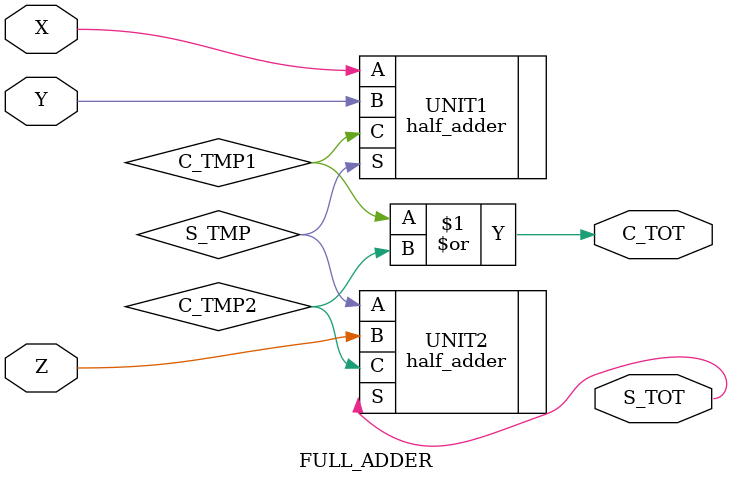
<source format=v>
module FULL_ADDER(
	X,Y,Z,S_TOT,C_TOT
);

input X,Y,Z;
output S_TOT, C_TOT;

wire C_TMP1, C_TMP2;
wire S_TMP;

half_adder UNIT1(.A(X), .B(Y), .S(S_TMP), .C(C_TMP1));
half_adder UNIT2(.A(S_TMP), .B(Z), .S(S_TOT), .C(C_TMP2));

assign C_TOT = (C_TMP1)|(C_TMP2);

endmodule

</source>
